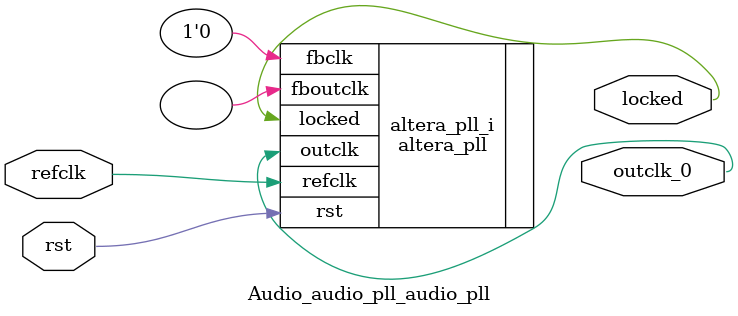
<source format=v>
`timescale 1ns/10ps
module  Audio_audio_pll_audio_pll(

	// interface 'refclk'
	input wire refclk,

	// interface 'reset'
	input wire rst,

	// interface 'outclk0'
	output wire outclk_0,

	// interface 'locked'
	output wire locked
);

	altera_pll #(
		.fractional_vco_multiplier("false"),
		.reference_clock_frequency("50.0 MHz"),
		.operation_mode("direct"),
		.number_of_clocks(1),
		.output_clock_frequency0("12.288135 MHz"),
		.phase_shift0("0 ps"),
		.duty_cycle0(50),
		.output_clock_frequency1("0 MHz"),
		.phase_shift1("0 ps"),
		.duty_cycle1(50),
		.output_clock_frequency2("0 MHz"),
		.phase_shift2("0 ps"),
		.duty_cycle2(50),
		.output_clock_frequency3("0 MHz"),
		.phase_shift3("0 ps"),
		.duty_cycle3(50),
		.output_clock_frequency4("0 MHz"),
		.phase_shift4("0 ps"),
		.duty_cycle4(50),
		.output_clock_frequency5("0 MHz"),
		.phase_shift5("0 ps"),
		.duty_cycle5(50),
		.output_clock_frequency6("0 MHz"),
		.phase_shift6("0 ps"),
		.duty_cycle6(50),
		.output_clock_frequency7("0 MHz"),
		.phase_shift7("0 ps"),
		.duty_cycle7(50),
		.output_clock_frequency8("0 MHz"),
		.phase_shift8("0 ps"),
		.duty_cycle8(50),
		.output_clock_frequency9("0 MHz"),
		.phase_shift9("0 ps"),
		.duty_cycle9(50),
		.output_clock_frequency10("0 MHz"),
		.phase_shift10("0 ps"),
		.duty_cycle10(50),
		.output_clock_frequency11("0 MHz"),
		.phase_shift11("0 ps"),
		.duty_cycle11(50),
		.output_clock_frequency12("0 MHz"),
		.phase_shift12("0 ps"),
		.duty_cycle12(50),
		.output_clock_frequency13("0 MHz"),
		.phase_shift13("0 ps"),
		.duty_cycle13(50),
		.output_clock_frequency14("0 MHz"),
		.phase_shift14("0 ps"),
		.duty_cycle14(50),
		.output_clock_frequency15("0 MHz"),
		.phase_shift15("0 ps"),
		.duty_cycle15(50),
		.output_clock_frequency16("0 MHz"),
		.phase_shift16("0 ps"),
		.duty_cycle16(50),
		.output_clock_frequency17("0 MHz"),
		.phase_shift17("0 ps"),
		.duty_cycle17(50),
		.pll_type("General"),
		.pll_subtype("General")
	) altera_pll_i (
		.rst	(rst),
		.outclk	({outclk_0}),
		.locked	(locked),
		.fboutclk	( ),
		.fbclk	(1'b0),
		.refclk	(refclk)
	);
endmodule


</source>
